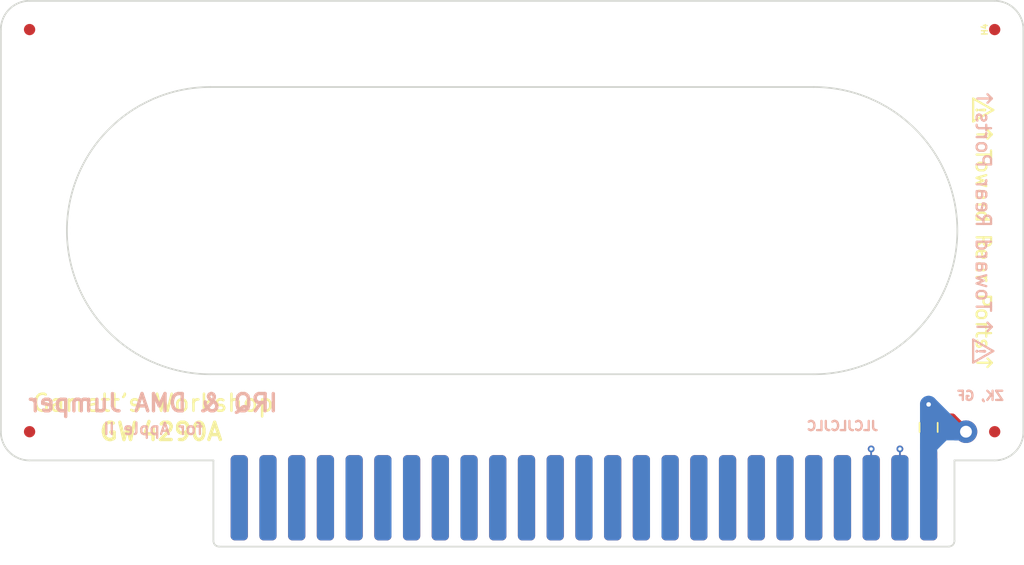
<source format=kicad_pcb>
(kicad_pcb (version 20221018) (generator pcbnew)
  (layers (0 "F.Cu" signal) (31 "B.Cu" signal) (34 "B.Paste" user) (35 "F.Paste" user) (36 "B.SilkS" user "B.Silkscreen") (37 "F.SilkS" user "F.Silkscreen") (38 "B.Mask" user) (39 "F.Mask" user) (44 "Edge.Cuts" user))
  (net 0 "")
  (net 1 "+5V")
  (net 2 "GND")
  (net 3 "/A4")
  (net 4 "/D7")
  (net 5 "/D6")
  (net 6 "/A8")
  (net 7 "/A7")
  (net 8 "/A6")
  (net 9 "/A5")
  (net 10 "/A3")
  (net 11 "/A2")
  (net 12 "/A1")
  (net 13 "/A0")
  (net 14 "/A9")
  (net 15 "/D1")
  (net 16 "/D5")
  (net 17 "/D0")
  (net 18 "/D2")
  (net 19 "/D3")
  (net 20 "/D4")
  (net 21 "/A10")
  (net 22 "+12V")
  (net 23 "-12V")
  (net 24 "-5V")
  (net 25 "/~{IOSEL}")
  (net 26 "/A11")
  (net 27 "/A12")
  (net 28 "/A13")
  (net 29 "/A14")
  (net 30 "/A15")
  (net 31 "/R~{W}")
  (net 32 "/~{IOSTRB}")
  (net 33 "/RDY")
  (net 34 "/DMA")
  (net 35 "/~{NMI}")
  (net 36 "/~{IRQ}")
  (net 37 "/~{RES}")
  (net 38 "/~{INH}")
  (net 39 "/COLORREF")
  (net 40 "/7M")
  (net 41 "/Q3")
  (net 42 "/PHI1")
  (net 43 "/USER1")
  (net 44 "/PHI0")
  (net 45 "/~{DEVSEL}")
  (net 46 "/INTin")
  (net 47 "/DMAin")
  (net 48 "/SYNC")
  (footprint "stdpads:AppleIIBus_Edge" (layer "F.Cu") (at 81.28 135.382)
    (fp_text reference "J1" hide)
    (fp_text value "AppleIIBus")
    (pad "1" smd roundrect (at -30.48 0 180) (size 1.524 7.54) (layers "F.Cu" "F.Mask") (net 25 "/~{IOSEL}"))
    (pad "2" smd roundrect (at -27.94 0 180) (size 1.524 7.54) (layers "F.Cu" "F.Mask") (net 13 "/A0"))
    (pad "3" smd roundrect (at -25.4 0 180) (size 1.524 7.54) (layers "F.Cu" "F.Mask") (net 12 "/A1"))
    (pad "4" smd roundrect (at -22.86 0 180) (size 1.524 7.54) (layers "F.Cu" "F.Mask") (net 11 "/A2"))
    (pad "5" smd roundrect (at -20.32 0 180) (size 1.524 7.54) (layers "F.Cu" "F.Mask") (net 10 "/A3"))
    (pad "6" smd roundrect (at -17.78 0 180) (size 1.524 7.54) (layers "F.Cu" "F.Mask") (net 3 "/A4"))
    (pad "7" smd roundrect (at -15.24 0 180) (size 1.524 7.54) (layers "F.Cu" "F.Mask") (net 9 "/A5"))
    (pad "8" smd roundrect (at -12.7 0 180) (size 1.524 7.54) (layers "F.Cu" "F.Mask") (net 8 "/A6"))
    (pad "9" smd roundrect (at -10.16 0 180) (size 1.524 7.54) (layers "F.Cu" "F.Mask") (net 7 "/A7"))
    (pad "10" smd roundrect (at -7.62 0 180) (size 1.524 7.54) (layers "F.Cu" "F.Mask") (net 6 "/A8"))
    (pad "11" smd roundrect (at -5.08 0 180) (size 1.524 7.54) (layers "F.Cu" "F.Mask") (net 14 "/A9"))
    (pad "12" smd roundrect (at -2.54 0 180) (size 1.524 7.54) (layers "F.Cu" "F.Mask") (net 21 "/A10"))
    (pad "13" smd roundrect (at 0 0 180) (size 1.524 7.54) (layers "F.Cu" "F.Mask") (net 26 "/A11"))
    (pad "14" smd roundrect (at 2.54 0 180) (size 1.524 7.54) (layers "F.Cu" "F.Mask") (net 27 "/A12"))
    (pad "15" smd roundrect (at 5.08 0 180) (size 1.524 7.54) (layers "F.Cu" "F.Mask") (net 28 "/A13"))
    (pad "16" smd roundrect (at 7.62 0 180) (size 1.524 7.54) (layers "F.Cu" "F.Mask") (net 29 "/A14"))
    (pad "17" smd roundrect (at 10.16 0 180) (size 1.524 7.54) (layers "F.Cu" "F.Mask") (net 30 "/A15"))
    (pad "18" smd roundrect (at 12.7 0 180) (size 1.524 7.54) (layers "F.Cu" "F.Mask") (net 31 "/R~{W}"))
    (pad "19" smd roundrect (at 15.24 0 180) (size 1.524 7.54) (layers "F.Cu" "F.Mask") (net 48 "/SYNC"))
    (pad "20" smd roundrect (at 17.78 0 180) (size 1.524 7.54) (layers "F.Cu" "F.Mask") (net 32 "/~{IOSTRB}"))
    (pad "21" smd roundrect (at 20.32 0 180) (size 1.524 7.54) (layers "F.Cu" "F.Mask") (net 33 "/RDY"))
    (pad "22" smd roundrect (at 22.86 0 180) (size 1.524 7.54) (layers "F.Cu" "F.Mask") (net 34 "/DMA"))
    (pad "23" smd roundrect (at 25.4 0 180) (size 1.524 7.54) (layers "F.Cu" "F.Mask") (net 46 "/INTin"))
    (pad "24" smd roundrect (at 27.94 0 180) (size 1.524 7.54) (layers "F.Cu" "F.Mask") (net 47 "/DMAin"))
    (pad "25" smd roundrect (at 30.48 0 180) (size 1.524 7.54) (layers "F.Cu" "F.Mask") (net 1 "+5V"))
    (pad "26" smd roundrect (at 30.48 0 180) (size 1.524 7.54) (layers "B.Cu" "B.Mask") (net 2 "GND"))
    (pad "27" smd roundrect (at 27.94 0 180) (size 1.524 7.54) (layers "B.Cu" "B.Mask") (net 47 "/DMAin"))
    (pad "28" smd roundrect (at 25.4 0 180) (size 1.524 7.54) (layers "B.Cu" "B.Mask") (net 46 "/INTin"))
    (pad "29" smd roundrect (at 22.86 0 180) (size 1.524 7.54) (layers "B.Cu" "B.Mask") (net 35 "/~{NMI}"))
    (pad "30" smd roundrect (at 20.32 0 180) (size 1.524 7.54) (layers "B.Cu" "B.Mask") (net 36 "/~{IRQ}"))
    (pad "31" smd roundrect (at 17.78 0 180) (size 1.524 7.54) (layers "B.Cu" "B.Mask") (net 37 "/~{RES}"))
    (pad "32" smd roundrect (at 15.24 0 180) (size 1.524 7.54) (layers "B.Cu" "B.Mask") (net 38 "/~{INH}"))
    (pad "33" smd roundrect (at 12.7 0 180) (size 1.524 7.54) (layers "B.Cu" "B.Mask") (net 23 "-12V"))
    (pad "34" smd roundrect (at 10.16 0 180) (size 1.524 7.54) (layers "B.Cu" "B.Mask") (net 24 "-5V"))
    (pad "35" smd roundrect (at 7.62 0 180) (size 1.524 7.54) (layers "B.Cu" "B.Mask") (net 39 "/COLORREF"))
    (pad "36" smd roundrect (at 5.08 0 180) (size 1.524 7.54) (layers "B.Cu" "B.Mask") (net 40 "/7M"))
    (pad "37" smd roundrect (at 2.54 0 180) (size 1.524 7.54) (layers "B.Cu" "B.Mask") (net 41 "/Q3"))
    (pad "38" smd roundrect (at 0 0 180) (size 1.524 7.54) (layers "B.Cu" "B.Mask") (net 42 "/PHI1"))
    (pad "39" smd roundrect (at -2.54 0 180) (size 1.524 7.54) (layers "B.Cu" "B.Mask") (net 43 "/USER1"))
    (pad "40" smd roundrect (at -5.08 0 180) (size 1.524 7.54) (layers "B.Cu" "B.Mask") (net 44 "/PHI0"))
    (pad "41" smd roundrect (at -7.62 0 180) (size 1.524 7.54) (layers "B.Cu" "B.Mask") (net 45 "/~{DEVSEL}"))
    (pad "42" smd roundrect (at -10.16 0 180) (size 1.524 7.54) (layers "B.Cu" "B.Mask") (net 4 "/D7"))
    (pad "43" smd roundrect (at -12.7 0 180) (size 1.524 7.54) (layers "B.Cu" "B.Mask") (net 5 "/D6"))
    (pad "44" smd roundrect (at -15.24 0 180) (size 1.524 7.54) (layers "B.Cu" "B.Mask") (net 16 "/D5"))
    (pad "45" smd roundrect (at -17.78 0 180) (size 1.524 7.54) (layers "B.Cu" "B.Mask") (net 20 "/D4"))
    (pad "46" smd roundrect (at -20.32 0 180) (size 1.524 7.54) (layers "B.Cu" "B.Mask") (net 19 "/D3"))
    (pad "47" smd roundrect (at -22.86 0 180) (size 1.524 7.54) (layers "B.Cu" "B.Mask") (net 18 "/D2"))
    (pad "48" smd roundrect (at -25.4 0 180) (size 1.524 7.54) (layers "B.Cu" "B.Mask") (net 15 "/D1"))
    (pad "49" smd roundrect (at -27.94 0 180) (size 1.524 7.54) (layers "B.Cu" "B.Mask") (net 17 "/D0"))
    (pad "50" smd roundrect (at -30.48 0 180) (size 1.524 7.54) (layers "B.Cu" "B.Mask") (net 22 "+12V"))
  )
  (footprint "stdpads:C_0805" (layer "F.Cu") (at 111.76 129.159 90)
    (fp_text reference "C1" hide)
    (fp_text value "100n" hide)
    (fp_line (start -0.4064 -0.8) (end 0.4064 -0.8) (stroke (width 0.1524)) (layer "F.SilkS"))
    (fp_line (start -0.4064 0.8) (end 0.4064 0.8) (stroke (width 0.1524)) (layer "F.SilkS"))
    (pad "1" smd roundrect (at -0.85 0 90) (size 1.05 1.4) (layers "F.Cu" "F.Paste" "F.Mask") (net 1 "+5V"))
    (pad "2" smd roundrect (at 0.85 0 90) (size 1.05 1.4) (layers "F.Cu" "F.Paste" "F.Mask") (net 2 "GND"))
  )
  (footprint "stdpads:Fiducial" (layer "F.Cu") (at 117.602 93.98 -90)
    (fp_text reference "FID4" hide)
    (fp_text value "Fiducial" hide)
    (pad "~" smd circle (at 0 0 270) (size 1 1) (layers "F.Cu" "F.Mask") (clearance 0.575))
  )
  (footprint "stdpads:Fiducial" (layer "F.Cu") (at 117.602 129.54)
    (fp_text reference "FID1" hide)
    (fp_text value "Fiducial" hide)
    (pad "~" smd circle (at 0 0) (size 1 1) (layers "F.Cu" "F.Mask") (clearance 0.575))
  )
  (footprint "stdpads:Fiducial" (layer "F.Cu") (at 32.258 129.54 180)
    (fp_text reference "FID2" hide)
    (fp_text value "Fiducial" hide)
    (pad "~" smd circle (at 0 0 180) (size 1 1) (layers "F.Cu" "F.Mask") (clearance 0.575))
  )
  (footprint "stdpads:Fiducial" (layer "F.Cu") (at 32.258 93.98 180)
    (fp_text reference "FID3" hide)
    (fp_text value "Fiducial" hide)
    (pad "~" smd circle (at 0 0 180) (size 1 1) (layers "F.Cu" "F.Mask") (clearance 0.575))
  )
  (footprint "stdpads:PasteHole_1.05mm_PTH" (layer "F.Cu") (at 115.062 129.54)
    (fp_text reference "H1" hide)
    (fp_text value " " hide)
    (pad "1" thru_hole circle (at 0 0) (size 2 2) (drill 1.05) (layers "*.Cu" "*.Mask") (net 2 "GND"))
  )
  (footprint "stdpads:PasteHole_1.05mm_NPTH" (layer "F.Cu") (at 34.798 129.54 180)
    (fp_text reference "H2" hide)
    (fp_text value " " hide)
    (pad "" np_thru_hole oval (at 0 0 180) (size 1.05 1.05) (drill 1.05) (layers "*.Cu" "*.Mask"))
  )
  (footprint "stdpads:PasteHole_1.05mm_NPTH" (layer "F.Cu") (at 34.798 93.98 180)
    (fp_text reference "H3" hide)
    (fp_text value " " hide)
    (pad "" np_thru_hole oval (at 0 0 180) (size 1.05 1.05) (drill 1.05) (layers "*.Cu" "*.Mask"))
  )
  (footprint "stdpads:PasteHole_1.05mm_NPTH" (layer "F.Cu") (at 115.062 93.98 -90)
    (fp_text reference "H4" (at 0 -1.651 90) (layer "F.SilkS") (effects (font (size 0.508 0.508) (thickness 0.127))))
    (fp_text value " " hide)
    (pad "" np_thru_hole oval (at 0 0 270) (size 1.05 1.05) (drill 1.05) (layers "*.Cu" "*.Mask"))
  )
  (gr_line (start 117.348 120.269) (end 116.078 120.269) (stroke (width 0.2)) (layer "B.SilkS"))
  (gr_line (start 117.348 100.076) (end 116.967 100.457) (stroke (width 0.2)) (layer "B.SilkS"))
  (gr_line (start 117.348 100.076) (end 116.967 99.695) (stroke (width 0.2)) (layer "B.SilkS"))
  (gr_line (start 117.348 120.269) (end 116.967 119.888) (stroke (width 0.2)) (layer "B.SilkS"))
  (gr_line (start 117.475 122.409668) (end 115.697 123.425668) (stroke (width 0.2)) (layer "B.SilkS"))
  (gr_line (start 115.697 121.393668) (end 117.475 122.409668) (stroke (width 0.2)) (layer "B.SilkS"))
  (gr_line (start 115.697 121.393668) (end 115.697 123.425668) (stroke (width 0.2)) (layer "B.SilkS"))
  (gr_line (start 117.348 120.269) (end 116.967 120.65) (stroke (width 0.2)) (layer "B.SilkS"))
  (gr_line (start 117.348 100.076) (end 116.078 100.076) (stroke (width 0.2)) (layer "B.SilkS"))
  (gr_line (start 117.348 123.444) (end 116.967 123.063) (stroke (width 0.2)) (layer "F.SilkS"))
  (gr_line (start 117.348 103.251) (end 116.967 103.632) (stroke (width 0.2)) (layer "F.SilkS"))
  (gr_line (start 117.348 103.251) (end 116.078 103.251) (stroke (width 0.2)) (layer "F.SilkS"))
  (gr_line (start 115.697 102.108) (end 117.475 101.092) (stroke (width 0.2)) (layer "F.SilkS"))
  (gr_line (start 117.475 101.092) (end 115.697 100.076) (stroke (width 0.2)) (layer "F.SilkS"))
  (gr_line (start 117.348 103.251) (end 116.967 102.87) (stroke (width 0.2)) (layer "F.SilkS"))
  (gr_line (start 117.348 123.444) (end 116.078 123.444) (stroke (width 0.2)) (layer "F.SilkS"))
  (gr_line (start 115.697 102.108) (end 115.697 100.076) (stroke (width 0.2)) (layer "F.SilkS"))
  (gr_line (start 117.348 123.444) (end 116.967 123.825) (stroke (width 0.2)) (layer "F.SilkS"))
  (gr_line (start 113.538 139.7) (end 49.022 139.7) (stroke (width 0.15)) (layer "Edge.Cuts"))
  (gr_arc (start 114.046 139.192) (mid 113.89721 139.55121) (end 113.538 139.7) (stroke (width 0.15)) (layer "Edge.Cuts"))
  (gr_line (start 120.142 129.54) (end 120.142 93.98) (stroke (width 0.15)) (layer "Edge.Cuts"))
  (gr_arc (start 120.142 129.54) (mid 119.398051 131.336051) (end 117.602 132.08) (stroke (width 0.15)) (layer "Edge.Cuts"))
  (gr_arc (start 117.602 91.44) (mid 119.398051 92.183949) (end 120.142 93.98) (stroke (width 0.15)) (layer "Edge.Cuts"))
  (gr_arc (start 48.26 124.46) (mid 35.56 111.76) (end 48.26 99.06) (stroke (width 0.15)) (layer "Edge.Cuts"))
  (gr_line (start 101.6 124.46) (end 48.26 124.46) (stroke (width 0.15)) (layer "Edge.Cuts"))
  (gr_line (start 101.6 99.06) (end 48.26 99.06) (stroke (width 0.15)) (layer "Edge.Cuts"))
  (gr_arc (start 32.258 132.08) (mid 30.461949 131.336051) (end 29.718 129.54) (stroke (width 0.15)) (layer "Edge.Cuts"))
  (gr_line (start 32.258 132.08) (end 48.514 132.08) (stroke (width 0.15)) (layer "Edge.Cuts"))
  (gr_line (start 29.718 129.54) (end 29.718 93.98) (stroke (width 0.15)) (layer "Edge.Cuts"))
  (gr_arc (start 29.718 93.98) (mid 30.461949 92.183949) (end 32.258 91.44) (stroke (width 0.15)) (layer "Edge.Cuts"))
  (gr_line (start 117.602 132.08) (end 114.046 132.08) (stroke (width 0.15)) (layer "Edge.Cuts"))
  (gr_line (start 48.514 132.08) (end 48.514 139.192) (stroke (width 0.15)) (layer "Edge.Cuts"))
  (gr_arc (start 49.022 139.7) (mid 48.66279 139.55121) (end 48.514 139.192) (stroke (width 0.15)) (layer "Edge.Cuts"))
  (gr_line (start 114.046 132.08) (end 114.046 139.192) (stroke (width 0.15)) (layer "Edge.Cuts"))
  (gr_arc (start 101.6 99.06) (mid 114.3 111.76) (end 101.6 124.46) (stroke (width 0.15)) (layer "Edge.Cuts"))
  (gr_line (start 32.258 91.44) (end 117.602 91.44) (stroke (width 0.15)) (layer "Edge.Cuts"))
  (gr_text "ZK, GF" (at 116.332 126.365) (layer "B.SilkS") (effects (font (size 0.8128 0.8128) (thickness 0.2032)) (justify mirror)))
  (gr_text "IRQ & DMA Jumper" (at 43.18 127) (layer "B.SilkS") (effects (font (size 1.524 1.524) (thickness 0.3)) (justify mirror)))
  (gr_text "for Apple II" (at 43.18 129.286) (layer "B.SilkS") (effects (font (size 1.016 1.016) (thickness 0.2)) (justify mirror)))
  (gr_text "Toward Rear Ports" (at 116.586 110.109 270) (layer "B.SilkS") (effects (font (size 1.27 1.27) (thickness 0.2)) (justify mirror)))
  (gr_text "!" (at 116.332 122.428 270) (layer "B.SilkS") (effects (font (size 0.762 0.762) (thickness 0.1905)) (justify mirror)))
  (gr_text "JLCJLCJLC" (at 104.14 129.032) (layer "B.SilkS") (effects (font (size 0.8128 0.8128) (thickness 0.2032)) (justify mirror)))
  (gr_text "GW" (at 40.132 129.54) (layer "F.SilkS") (effects (font (size 1.524 1.524) (thickness 0.3))))
  (gr_text "4290A" (at 45.72 129.54) (layer "F.SilkS") (effects (font (size 1.524 1.524) (thickness 0.3))))
  (gr_text "Garrett’s Workshop" (at 43.18 127) (layer "F.SilkS") (effects (font (size 1.5 1.5) (thickness 0.225))))
  (gr_text "Toward Rear Ports" (at 116.586 113.411 270) (layer "F.SilkS") (effects (font (size 1.27 1.27) (thickness 0.2))))
  (gr_text "!" (at 116.332 101.092 270) (layer "F.SilkS") (effects (font (size 0.762 0.762) (thickness 0.1905))))
  (segment (start 111.76 131.445) (end 111.76 130.009) (width 0.762) (layer "F.Cu") (net 1))
  (segment (start 111.76 135.382) (end 111.76 131.445) (width 1.524) (layer "F.Cu") (net 1))
  (segment (start 113.831 128.309) (end 115.062 129.54) (width 0.762) (layer "F.Cu") (net 2))
  (segment (start 111.76 128.309) (end 111.76 127.127) (width 0.762) (layer "F.Cu") (net 2))
  (segment (start 111.76 128.309) (end 113.831 128.309) (width 0.762) (layer "F.Cu") (net 2))
  (via (at 111.76 127.127) (size 0.8) (drill 0.4) (layers "F.Cu" "B.Cu") (net 2))
  (segment (start 114.173 129.54) (end 115.062 129.54) (width 1.524) (layer "B.Cu") (net 2))
  (segment (start 111.76 129.54) (end 111.76 127.127) (width 1.524) (layer "B.Cu") (net 2))
  (segment (start 115.062 129.54) (end 113.03 129.54) (width 1.524) (layer "B.Cu") (net 2))
  (segment (start 111.76 130.81) (end 111.76 129.54) (width 1.524) (layer "B.Cu") (net 2))
  (segment (start 111.76 130.81) (end 113.03 129.54) (width 1.524) (layer "B.Cu") (net 2))
  (segment (start 111.76 135.382) (end 111.76 130.81) (width 1.524) (layer "B.Cu") (net 2))
  (segment (start 113.03 129.54) (end 111.76 129.54) (width 1.524) (layer "B.Cu") (net 2))
  (segment (start 111.76 127.127) (end 114.173 129.54) (width 1.524) (layer "B.Cu") (net 2))
  (segment (start 106.68 131.064) (end 106.68 135.382) (width 0.1524) (layer "F.Cu") (net 46))
  (via (at 106.68 131.064) (size 0.6) (drill 0.3) (layers "F.Cu" "B.Cu") (net 46))
  (segment (start 106.68 135.382) (end 106.68 131.064) (width 0.1524) (layer "B.Cu") (net 46))
  (segment (start 109.22 131.064) (end 109.22 135.382) (width 0.1524) (layer "F.Cu") (net 47))
  (via (at 109.22 131.064) (size 0.6) (drill 0.3) (layers "F.Cu" "B.Cu") (net 47))
  (segment (start 109.22 135.382) (end 109.22 131.064) (width 0.1524) (layer "B.Cu") (net 47))
)
</source>
